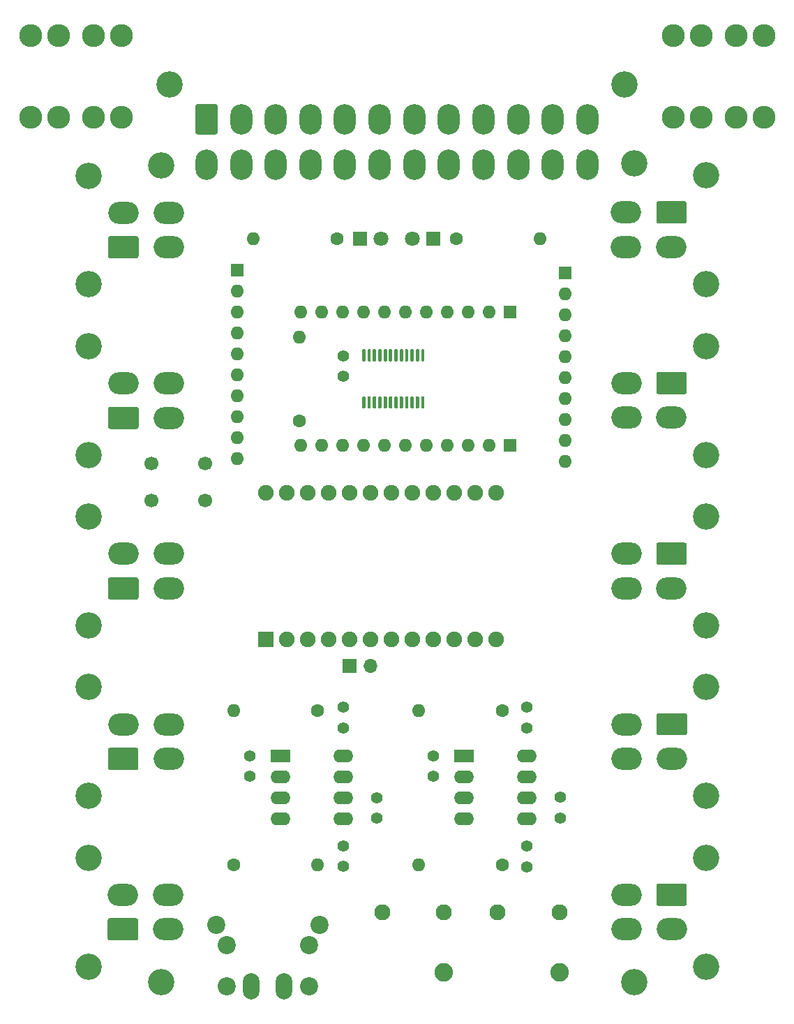
<source format=gbr>
%TF.GenerationSoftware,KiCad,Pcbnew,(5.1.8-0-10_14)*%
%TF.CreationDate,2021-03-27T13:16:03-04:00*%
%TF.ProjectId,muse,6d757365-2e6b-4696-9361-645f70636258,rev?*%
%TF.SameCoordinates,Original*%
%TF.FileFunction,Soldermask,Top*%
%TF.FilePolarity,Negative*%
%FSLAX46Y46*%
G04 Gerber Fmt 4.6, Leading zero omitted, Abs format (unit mm)*
G04 Created by KiCad (PCBNEW (5.1.8-0-10_14)) date 2021-03-27 13:16:03*
%MOMM*%
%LPD*%
G01*
G04 APERTURE LIST*
%ADD10C,3.200000*%
%ADD11C,1.400000*%
%ADD12C,2.200000*%
%ADD13O,2.000000X3.200000*%
%ADD14R,1.900000X1.900000*%
%ADD15C,1.900000*%
%ADD16R,2.400000X1.600000*%
%ADD17O,2.400000X1.600000*%
%ADD18C,1.700000*%
%ADD19O,1.600000X1.600000*%
%ADD20R,1.600000X1.600000*%
%ADD21C,1.600000*%
%ADD22O,3.700000X2.700000*%
%ADD23O,1.700000X1.700000*%
%ADD24R,1.700000X1.700000*%
%ADD25O,2.700000X3.700000*%
%ADD26C,2.780000*%
%ADD27C,1.800000*%
%ADD28R,1.800000X1.800000*%
%ADD29C,1.950000*%
%ADD30C,2.250000*%
G04 APERTURE END LIST*
D10*
%TO.C,H4*%
X93853000Y-139827000D03*
%TD*%
%TO.C,H3*%
X93853000Y-40513000D03*
%TD*%
%TO.C,H2*%
X36449000Y-139827000D03*
%TD*%
%TO.C,H1*%
X36449000Y-40767000D03*
%TD*%
D11*
%TO.C,C9*%
X58547000Y-66381000D03*
X58547000Y-63881000D03*
%TD*%
%TO.C,C8*%
X47257000Y-112407000D03*
X47257000Y-114907000D03*
%TD*%
%TO.C,C7*%
X69469000Y-112377000D03*
X69469000Y-114877000D03*
%TD*%
%TO.C,C6*%
X62611000Y-119975000D03*
X62611000Y-117475000D03*
%TD*%
%TO.C,C5*%
X84943000Y-119947000D03*
X84943000Y-117447000D03*
%TD*%
%TO.C,C4*%
X58567000Y-106507000D03*
X58567000Y-109007000D03*
%TD*%
%TO.C,C3*%
X80843000Y-106507000D03*
X80843000Y-109007000D03*
%TD*%
%TO.C,C2*%
X58547000Y-125817000D03*
X58547000Y-123317000D03*
%TD*%
%TO.C,C1*%
X80823000Y-125837000D03*
X80823000Y-123337000D03*
%TD*%
D12*
%TO.C,CON2*%
X54403000Y-140365000D03*
X55653000Y-132865000D03*
X43153000Y-132865000D03*
X44403000Y-140365000D03*
X44403000Y-135365000D03*
X54403000Y-135365000D03*
D13*
X51403000Y-140365000D03*
X47403000Y-140365000D03*
%TD*%
%TO.C,U4*%
G36*
G01*
X61168000Y-64550000D02*
X60968000Y-64550000D01*
G75*
G02*
X60868000Y-64450000I0J100000D01*
G01*
X60868000Y-63175000D01*
G75*
G02*
X60968000Y-63075000I100000J0D01*
G01*
X61168000Y-63075000D01*
G75*
G02*
X61268000Y-63175000I0J-100000D01*
G01*
X61268000Y-64450000D01*
G75*
G02*
X61168000Y-64550000I-100000J0D01*
G01*
G37*
G36*
G01*
X61818000Y-64550000D02*
X61618000Y-64550000D01*
G75*
G02*
X61518000Y-64450000I0J100000D01*
G01*
X61518000Y-63175000D01*
G75*
G02*
X61618000Y-63075000I100000J0D01*
G01*
X61818000Y-63075000D01*
G75*
G02*
X61918000Y-63175000I0J-100000D01*
G01*
X61918000Y-64450000D01*
G75*
G02*
X61818000Y-64550000I-100000J0D01*
G01*
G37*
G36*
G01*
X62468000Y-64550000D02*
X62268000Y-64550000D01*
G75*
G02*
X62168000Y-64450000I0J100000D01*
G01*
X62168000Y-63175000D01*
G75*
G02*
X62268000Y-63075000I100000J0D01*
G01*
X62468000Y-63075000D01*
G75*
G02*
X62568000Y-63175000I0J-100000D01*
G01*
X62568000Y-64450000D01*
G75*
G02*
X62468000Y-64550000I-100000J0D01*
G01*
G37*
G36*
G01*
X63118000Y-64550000D02*
X62918000Y-64550000D01*
G75*
G02*
X62818000Y-64450000I0J100000D01*
G01*
X62818000Y-63175000D01*
G75*
G02*
X62918000Y-63075000I100000J0D01*
G01*
X63118000Y-63075000D01*
G75*
G02*
X63218000Y-63175000I0J-100000D01*
G01*
X63218000Y-64450000D01*
G75*
G02*
X63118000Y-64550000I-100000J0D01*
G01*
G37*
G36*
G01*
X63768000Y-64550000D02*
X63568000Y-64550000D01*
G75*
G02*
X63468000Y-64450000I0J100000D01*
G01*
X63468000Y-63175000D01*
G75*
G02*
X63568000Y-63075000I100000J0D01*
G01*
X63768000Y-63075000D01*
G75*
G02*
X63868000Y-63175000I0J-100000D01*
G01*
X63868000Y-64450000D01*
G75*
G02*
X63768000Y-64550000I-100000J0D01*
G01*
G37*
G36*
G01*
X64418000Y-64550000D02*
X64218000Y-64550000D01*
G75*
G02*
X64118000Y-64450000I0J100000D01*
G01*
X64118000Y-63175000D01*
G75*
G02*
X64218000Y-63075000I100000J0D01*
G01*
X64418000Y-63075000D01*
G75*
G02*
X64518000Y-63175000I0J-100000D01*
G01*
X64518000Y-64450000D01*
G75*
G02*
X64418000Y-64550000I-100000J0D01*
G01*
G37*
G36*
G01*
X65068000Y-64550000D02*
X64868000Y-64550000D01*
G75*
G02*
X64768000Y-64450000I0J100000D01*
G01*
X64768000Y-63175000D01*
G75*
G02*
X64868000Y-63075000I100000J0D01*
G01*
X65068000Y-63075000D01*
G75*
G02*
X65168000Y-63175000I0J-100000D01*
G01*
X65168000Y-64450000D01*
G75*
G02*
X65068000Y-64550000I-100000J0D01*
G01*
G37*
G36*
G01*
X65718000Y-64550000D02*
X65518000Y-64550000D01*
G75*
G02*
X65418000Y-64450000I0J100000D01*
G01*
X65418000Y-63175000D01*
G75*
G02*
X65518000Y-63075000I100000J0D01*
G01*
X65718000Y-63075000D01*
G75*
G02*
X65818000Y-63175000I0J-100000D01*
G01*
X65818000Y-64450000D01*
G75*
G02*
X65718000Y-64550000I-100000J0D01*
G01*
G37*
G36*
G01*
X66368000Y-64550000D02*
X66168000Y-64550000D01*
G75*
G02*
X66068000Y-64450000I0J100000D01*
G01*
X66068000Y-63175000D01*
G75*
G02*
X66168000Y-63075000I100000J0D01*
G01*
X66368000Y-63075000D01*
G75*
G02*
X66468000Y-63175000I0J-100000D01*
G01*
X66468000Y-64450000D01*
G75*
G02*
X66368000Y-64550000I-100000J0D01*
G01*
G37*
G36*
G01*
X67018000Y-64550000D02*
X66818000Y-64550000D01*
G75*
G02*
X66718000Y-64450000I0J100000D01*
G01*
X66718000Y-63175000D01*
G75*
G02*
X66818000Y-63075000I100000J0D01*
G01*
X67018000Y-63075000D01*
G75*
G02*
X67118000Y-63175000I0J-100000D01*
G01*
X67118000Y-64450000D01*
G75*
G02*
X67018000Y-64550000I-100000J0D01*
G01*
G37*
G36*
G01*
X67668000Y-64550000D02*
X67468000Y-64550000D01*
G75*
G02*
X67368000Y-64450000I0J100000D01*
G01*
X67368000Y-63175000D01*
G75*
G02*
X67468000Y-63075000I100000J0D01*
G01*
X67668000Y-63075000D01*
G75*
G02*
X67768000Y-63175000I0J-100000D01*
G01*
X67768000Y-64450000D01*
G75*
G02*
X67668000Y-64550000I-100000J0D01*
G01*
G37*
G36*
G01*
X68318000Y-64550000D02*
X68118000Y-64550000D01*
G75*
G02*
X68018000Y-64450000I0J100000D01*
G01*
X68018000Y-63175000D01*
G75*
G02*
X68118000Y-63075000I100000J0D01*
G01*
X68318000Y-63075000D01*
G75*
G02*
X68418000Y-63175000I0J-100000D01*
G01*
X68418000Y-64450000D01*
G75*
G02*
X68318000Y-64550000I-100000J0D01*
G01*
G37*
G36*
G01*
X68318000Y-70275000D02*
X68118000Y-70275000D01*
G75*
G02*
X68018000Y-70175000I0J100000D01*
G01*
X68018000Y-68900000D01*
G75*
G02*
X68118000Y-68800000I100000J0D01*
G01*
X68318000Y-68800000D01*
G75*
G02*
X68418000Y-68900000I0J-100000D01*
G01*
X68418000Y-70175000D01*
G75*
G02*
X68318000Y-70275000I-100000J0D01*
G01*
G37*
G36*
G01*
X67668000Y-70275000D02*
X67468000Y-70275000D01*
G75*
G02*
X67368000Y-70175000I0J100000D01*
G01*
X67368000Y-68900000D01*
G75*
G02*
X67468000Y-68800000I100000J0D01*
G01*
X67668000Y-68800000D01*
G75*
G02*
X67768000Y-68900000I0J-100000D01*
G01*
X67768000Y-70175000D01*
G75*
G02*
X67668000Y-70275000I-100000J0D01*
G01*
G37*
G36*
G01*
X67018000Y-70275000D02*
X66818000Y-70275000D01*
G75*
G02*
X66718000Y-70175000I0J100000D01*
G01*
X66718000Y-68900000D01*
G75*
G02*
X66818000Y-68800000I100000J0D01*
G01*
X67018000Y-68800000D01*
G75*
G02*
X67118000Y-68900000I0J-100000D01*
G01*
X67118000Y-70175000D01*
G75*
G02*
X67018000Y-70275000I-100000J0D01*
G01*
G37*
G36*
G01*
X66368000Y-70275000D02*
X66168000Y-70275000D01*
G75*
G02*
X66068000Y-70175000I0J100000D01*
G01*
X66068000Y-68900000D01*
G75*
G02*
X66168000Y-68800000I100000J0D01*
G01*
X66368000Y-68800000D01*
G75*
G02*
X66468000Y-68900000I0J-100000D01*
G01*
X66468000Y-70175000D01*
G75*
G02*
X66368000Y-70275000I-100000J0D01*
G01*
G37*
G36*
G01*
X65718000Y-70275000D02*
X65518000Y-70275000D01*
G75*
G02*
X65418000Y-70175000I0J100000D01*
G01*
X65418000Y-68900000D01*
G75*
G02*
X65518000Y-68800000I100000J0D01*
G01*
X65718000Y-68800000D01*
G75*
G02*
X65818000Y-68900000I0J-100000D01*
G01*
X65818000Y-70175000D01*
G75*
G02*
X65718000Y-70275000I-100000J0D01*
G01*
G37*
G36*
G01*
X65068000Y-70275000D02*
X64868000Y-70275000D01*
G75*
G02*
X64768000Y-70175000I0J100000D01*
G01*
X64768000Y-68900000D01*
G75*
G02*
X64868000Y-68800000I100000J0D01*
G01*
X65068000Y-68800000D01*
G75*
G02*
X65168000Y-68900000I0J-100000D01*
G01*
X65168000Y-70175000D01*
G75*
G02*
X65068000Y-70275000I-100000J0D01*
G01*
G37*
G36*
G01*
X64418000Y-70275000D02*
X64218000Y-70275000D01*
G75*
G02*
X64118000Y-70175000I0J100000D01*
G01*
X64118000Y-68900000D01*
G75*
G02*
X64218000Y-68800000I100000J0D01*
G01*
X64418000Y-68800000D01*
G75*
G02*
X64518000Y-68900000I0J-100000D01*
G01*
X64518000Y-70175000D01*
G75*
G02*
X64418000Y-70275000I-100000J0D01*
G01*
G37*
G36*
G01*
X63768000Y-70275000D02*
X63568000Y-70275000D01*
G75*
G02*
X63468000Y-70175000I0J100000D01*
G01*
X63468000Y-68900000D01*
G75*
G02*
X63568000Y-68800000I100000J0D01*
G01*
X63768000Y-68800000D01*
G75*
G02*
X63868000Y-68900000I0J-100000D01*
G01*
X63868000Y-70175000D01*
G75*
G02*
X63768000Y-70275000I-100000J0D01*
G01*
G37*
G36*
G01*
X63118000Y-70275000D02*
X62918000Y-70275000D01*
G75*
G02*
X62818000Y-70175000I0J100000D01*
G01*
X62818000Y-68900000D01*
G75*
G02*
X62918000Y-68800000I100000J0D01*
G01*
X63118000Y-68800000D01*
G75*
G02*
X63218000Y-68900000I0J-100000D01*
G01*
X63218000Y-70175000D01*
G75*
G02*
X63118000Y-70275000I-100000J0D01*
G01*
G37*
G36*
G01*
X62468000Y-70275000D02*
X62268000Y-70275000D01*
G75*
G02*
X62168000Y-70175000I0J100000D01*
G01*
X62168000Y-68900000D01*
G75*
G02*
X62268000Y-68800000I100000J0D01*
G01*
X62468000Y-68800000D01*
G75*
G02*
X62568000Y-68900000I0J-100000D01*
G01*
X62568000Y-70175000D01*
G75*
G02*
X62468000Y-70275000I-100000J0D01*
G01*
G37*
G36*
G01*
X61818000Y-70275000D02*
X61618000Y-70275000D01*
G75*
G02*
X61518000Y-70175000I0J100000D01*
G01*
X61518000Y-68900000D01*
G75*
G02*
X61618000Y-68800000I100000J0D01*
G01*
X61818000Y-68800000D01*
G75*
G02*
X61918000Y-68900000I0J-100000D01*
G01*
X61918000Y-70175000D01*
G75*
G02*
X61818000Y-70275000I-100000J0D01*
G01*
G37*
G36*
G01*
X61168000Y-70275000D02*
X60968000Y-70275000D01*
G75*
G02*
X60868000Y-70175000I0J100000D01*
G01*
X60868000Y-68900000D01*
G75*
G02*
X60968000Y-68800000I100000J0D01*
G01*
X61168000Y-68800000D01*
G75*
G02*
X61268000Y-68900000I0J-100000D01*
G01*
X61268000Y-70175000D01*
G75*
G02*
X61168000Y-70275000I-100000J0D01*
G01*
G37*
%TD*%
D14*
%TO.C,U3*%
X49160720Y-98302460D03*
D15*
X51700720Y-98302460D03*
X54240720Y-98302460D03*
X56780720Y-98302460D03*
X59320720Y-98302460D03*
X61860720Y-98302460D03*
X64400720Y-98302460D03*
X66940720Y-98302460D03*
X69480720Y-98302460D03*
X72020720Y-98302460D03*
X74560720Y-98302460D03*
X77100720Y-98302460D03*
X49160720Y-80522460D03*
X51700720Y-80522460D03*
X54240720Y-80522460D03*
X56780720Y-80522460D03*
X59320720Y-80522460D03*
X61860720Y-80522460D03*
X64400720Y-80522460D03*
X66940720Y-80522460D03*
X69480720Y-80522460D03*
X72020720Y-80522460D03*
X74560720Y-80522460D03*
X77100720Y-80522460D03*
%TD*%
D16*
%TO.C,U2*%
X50917000Y-112387000D03*
D17*
X58537000Y-120007000D03*
X50917000Y-114927000D03*
X58537000Y-117467000D03*
X50917000Y-117467000D03*
X58537000Y-114927000D03*
X50917000Y-120007000D03*
X58537000Y-112387000D03*
%TD*%
D16*
%TO.C,U1*%
X73213000Y-112377000D03*
D17*
X80833000Y-119997000D03*
X73213000Y-114917000D03*
X80833000Y-117457000D03*
X73213000Y-117457000D03*
X80833000Y-114917000D03*
X73213000Y-119997000D03*
X80833000Y-112377000D03*
%TD*%
D18*
%TO.C,SW1*%
X41783000Y-81407000D03*
X35283000Y-81407000D03*
X41783000Y-76907000D03*
X35283000Y-76907000D03*
%TD*%
D19*
%TO.C,RN4*%
X85471000Y-76675000D03*
X85471000Y-74135000D03*
X85471000Y-71595000D03*
X85471000Y-69055000D03*
X85471000Y-66515000D03*
X85471000Y-63975000D03*
X85471000Y-61435000D03*
X85471000Y-58895000D03*
X85471000Y-56355000D03*
D20*
X85471000Y-53815000D03*
%TD*%
D19*
%TO.C,RN3*%
X45715000Y-76351000D03*
X45715000Y-73811000D03*
X45715000Y-71271000D03*
X45715000Y-68731000D03*
X45715000Y-66191000D03*
X45715000Y-63651000D03*
X45715000Y-61111000D03*
X45715000Y-58571000D03*
X45715000Y-56031000D03*
D20*
X45715000Y-53491000D03*
%TD*%
D19*
%TO.C,RN2*%
X53395000Y-58547000D03*
X55935000Y-58547000D03*
X58475000Y-58547000D03*
X61015000Y-58547000D03*
X63555000Y-58547000D03*
X66095000Y-58547000D03*
X68635000Y-58547000D03*
X71175000Y-58547000D03*
X73715000Y-58547000D03*
X76255000Y-58547000D03*
D20*
X78795000Y-58547000D03*
%TD*%
D19*
%TO.C,RN1*%
X53405000Y-74751000D03*
X55945000Y-74751000D03*
X58485000Y-74751000D03*
X61025000Y-74751000D03*
X63565000Y-74751000D03*
X66105000Y-74751000D03*
X68645000Y-74751000D03*
X71185000Y-74751000D03*
X73725000Y-74751000D03*
X76265000Y-74751000D03*
D20*
X78805000Y-74751000D03*
%TD*%
D19*
%TO.C,R7*%
X53213000Y-61595000D03*
D21*
X53213000Y-71755000D03*
%TD*%
D19*
%TO.C,R6*%
X82423000Y-49657000D03*
D21*
X72263000Y-49657000D03*
%TD*%
D19*
%TO.C,R5*%
X47625000Y-49657000D03*
D21*
X57785000Y-49657000D03*
%TD*%
D19*
%TO.C,R4*%
X45317000Y-106887000D03*
D21*
X55477000Y-106887000D03*
%TD*%
D19*
%TO.C,R3*%
X67733000Y-106897000D03*
D21*
X77893000Y-106897000D03*
%TD*%
D19*
%TO.C,R2*%
X55467000Y-125607000D03*
D21*
X45307000Y-125607000D03*
%TD*%
D19*
%TO.C,R1*%
X67683000Y-125617000D03*
D21*
X77843000Y-125617000D03*
%TD*%
%TO.C,J12*%
G36*
G01*
X96797001Y-45123000D02*
X99996999Y-45123000D01*
G75*
G02*
X100247000Y-45373001I0J-250001D01*
G01*
X100247000Y-47572999D01*
G75*
G02*
X99996999Y-47823000I-250001J0D01*
G01*
X96797001Y-47823000D01*
G75*
G02*
X96547000Y-47572999I0J250001D01*
G01*
X96547000Y-45373001D01*
G75*
G02*
X96797001Y-45123000I250001J0D01*
G01*
G37*
D22*
X98397000Y-50673000D03*
X92897000Y-46473000D03*
X92897000Y-50673000D03*
D10*
X102597000Y-41973000D03*
X102597000Y-55173000D03*
%TD*%
%TO.C,J11*%
G36*
G01*
X96807001Y-65833000D02*
X100006999Y-65833000D01*
G75*
G02*
X100257000Y-66083001I0J-250001D01*
G01*
X100257000Y-68282999D01*
G75*
G02*
X100006999Y-68533000I-250001J0D01*
G01*
X96807001Y-68533000D01*
G75*
G02*
X96557000Y-68282999I0J250001D01*
G01*
X96557000Y-66083001D01*
G75*
G02*
X96807001Y-65833000I250001J0D01*
G01*
G37*
D22*
X98407000Y-71383000D03*
X92907000Y-67183000D03*
X92907000Y-71383000D03*
D10*
X102607000Y-62683000D03*
X102607000Y-75883000D03*
%TD*%
%TO.C,J10*%
G36*
G01*
X96807001Y-86543000D02*
X100006999Y-86543000D01*
G75*
G02*
X100257000Y-86793001I0J-250001D01*
G01*
X100257000Y-88992999D01*
G75*
G02*
X100006999Y-89243000I-250001J0D01*
G01*
X96807001Y-89243000D01*
G75*
G02*
X96557000Y-88992999I0J250001D01*
G01*
X96557000Y-86793001D01*
G75*
G02*
X96807001Y-86543000I250001J0D01*
G01*
G37*
D22*
X98407000Y-92093000D03*
X92907000Y-87893000D03*
X92907000Y-92093000D03*
D10*
X102607000Y-83393000D03*
X102607000Y-96593000D03*
%TD*%
%TO.C,J9*%
G36*
G01*
X96827001Y-107213000D02*
X100026999Y-107213000D01*
G75*
G02*
X100277000Y-107463001I0J-250001D01*
G01*
X100277000Y-109662999D01*
G75*
G02*
X100026999Y-109913000I-250001J0D01*
G01*
X96827001Y-109913000D01*
G75*
G02*
X96577000Y-109662999I0J250001D01*
G01*
X96577000Y-107463001D01*
G75*
G02*
X96827001Y-107213000I250001J0D01*
G01*
G37*
D22*
X98427000Y-112763000D03*
X92927000Y-108563000D03*
X92927000Y-112763000D03*
D10*
X102627000Y-104063000D03*
X102627000Y-117263000D03*
%TD*%
%TO.C,J8*%
G36*
G01*
X96817001Y-127893000D02*
X100016999Y-127893000D01*
G75*
G02*
X100267000Y-128143001I0J-250001D01*
G01*
X100267000Y-130342999D01*
G75*
G02*
X100016999Y-130593000I-250001J0D01*
G01*
X96817001Y-130593000D01*
G75*
G02*
X96567000Y-130342999I0J250001D01*
G01*
X96567000Y-128143001D01*
G75*
G02*
X96817001Y-127893000I250001J0D01*
G01*
G37*
D22*
X98417000Y-133443000D03*
X92917000Y-129243000D03*
X92917000Y-133443000D03*
D10*
X102617000Y-124743000D03*
X102617000Y-137943000D03*
%TD*%
%TO.C,J7*%
G36*
G01*
X33444999Y-134797000D02*
X30245001Y-134797000D01*
G75*
G02*
X29995000Y-134546999I0J250001D01*
G01*
X29995000Y-132347001D01*
G75*
G02*
X30245001Y-132097000I250001J0D01*
G01*
X33444999Y-132097000D01*
G75*
G02*
X33695000Y-132347001I0J-250001D01*
G01*
X33695000Y-134546999D01*
G75*
G02*
X33444999Y-134797000I-250001J0D01*
G01*
G37*
D22*
X31845000Y-129247000D03*
X37345000Y-133447000D03*
X37345000Y-129247000D03*
D10*
X27645000Y-137947000D03*
X27645000Y-124747000D03*
%TD*%
%TO.C,J6*%
G36*
G01*
X33464999Y-114117000D02*
X30265001Y-114117000D01*
G75*
G02*
X30015000Y-113866999I0J250001D01*
G01*
X30015000Y-111667001D01*
G75*
G02*
X30265001Y-111417000I250001J0D01*
G01*
X33464999Y-111417000D01*
G75*
G02*
X33715000Y-111667001I0J-250001D01*
G01*
X33715000Y-113866999D01*
G75*
G02*
X33464999Y-114117000I-250001J0D01*
G01*
G37*
D22*
X31865000Y-108567000D03*
X37365000Y-112767000D03*
X37365000Y-108567000D03*
D10*
X27665000Y-117267000D03*
X27665000Y-104067000D03*
%TD*%
%TO.C,J5*%
G36*
G01*
X33474999Y-93447000D02*
X30275001Y-93447000D01*
G75*
G02*
X30025000Y-93196999I0J250001D01*
G01*
X30025000Y-90997001D01*
G75*
G02*
X30275001Y-90747000I250001J0D01*
G01*
X33474999Y-90747000D01*
G75*
G02*
X33725000Y-90997001I0J-250001D01*
G01*
X33725000Y-93196999D01*
G75*
G02*
X33474999Y-93447000I-250001J0D01*
G01*
G37*
D22*
X31875000Y-87897000D03*
X37375000Y-92097000D03*
X37375000Y-87897000D03*
D10*
X27675000Y-96597000D03*
X27675000Y-83397000D03*
%TD*%
%TO.C,J4*%
G36*
G01*
X33484999Y-72757000D02*
X30285001Y-72757000D01*
G75*
G02*
X30035000Y-72506999I0J250001D01*
G01*
X30035000Y-70307001D01*
G75*
G02*
X30285001Y-70057000I250001J0D01*
G01*
X33484999Y-70057000D01*
G75*
G02*
X33735000Y-70307001I0J-250001D01*
G01*
X33735000Y-72506999D01*
G75*
G02*
X33484999Y-72757000I-250001J0D01*
G01*
G37*
D22*
X31885000Y-67207000D03*
X37385000Y-71407000D03*
X37385000Y-67207000D03*
D10*
X27685000Y-75907000D03*
X27685000Y-62707000D03*
%TD*%
%TO.C,J3*%
G36*
G01*
X33474999Y-52067000D02*
X30275001Y-52067000D01*
G75*
G02*
X30025000Y-51816999I0J250001D01*
G01*
X30025000Y-49617001D01*
G75*
G02*
X30275001Y-49367000I250001J0D01*
G01*
X33474999Y-49367000D01*
G75*
G02*
X33725000Y-49617001I0J-250001D01*
G01*
X33725000Y-51816999D01*
G75*
G02*
X33474999Y-52067000I-250001J0D01*
G01*
G37*
D22*
X31875000Y-46517000D03*
X37375000Y-50717000D03*
X37375000Y-46517000D03*
D10*
X27675000Y-55217000D03*
X27675000Y-42017000D03*
%TD*%
D23*
%TO.C,J2*%
X61849000Y-101473000D03*
D24*
X59309000Y-101473000D03*
%TD*%
%TO.C,J1*%
G36*
G01*
X40635000Y-36778999D02*
X40635000Y-33579001D01*
G75*
G02*
X40885001Y-33329000I250001J0D01*
G01*
X43084999Y-33329000D01*
G75*
G02*
X43335000Y-33579001I0J-250001D01*
G01*
X43335000Y-36778999D01*
G75*
G02*
X43084999Y-37029000I-250001J0D01*
G01*
X40885001Y-37029000D01*
G75*
G02*
X40635000Y-36778999I0J250001D01*
G01*
G37*
D25*
X46185000Y-35179000D03*
X50385000Y-35179000D03*
X54585000Y-35179000D03*
X58785000Y-35179000D03*
X62985000Y-35179000D03*
X67185000Y-35179000D03*
X71385000Y-35179000D03*
X75585000Y-35179000D03*
X79785000Y-35179000D03*
X83985000Y-35179000D03*
X88185000Y-35179000D03*
X41985000Y-40679000D03*
X46185000Y-40679000D03*
X50385000Y-40679000D03*
X54585000Y-40679000D03*
X58785000Y-40679000D03*
X62985000Y-40679000D03*
X67185000Y-40679000D03*
X71385000Y-40679000D03*
X75585000Y-40679000D03*
X79785000Y-40679000D03*
X83985000Y-40679000D03*
X88185000Y-40679000D03*
D10*
X37485000Y-30979000D03*
X92685000Y-30979000D03*
%TD*%
D26*
%TO.C,F4*%
X106201000Y-34939000D03*
X109601000Y-34939000D03*
X106201000Y-25019000D03*
X109601000Y-25019000D03*
%TD*%
%TO.C,F3*%
X20603000Y-34939000D03*
X24003000Y-34939000D03*
X20603000Y-25019000D03*
X24003000Y-25019000D03*
%TD*%
%TO.C,F2*%
X98581000Y-34939000D03*
X101981000Y-34939000D03*
X98581000Y-25019000D03*
X101981000Y-25019000D03*
%TD*%
%TO.C,F1*%
X28223000Y-34939000D03*
X31623000Y-34939000D03*
X28223000Y-25019000D03*
X31623000Y-25019000D03*
%TD*%
D27*
%TO.C,D2*%
X66929000Y-49657000D03*
D28*
X69469000Y-49657000D03*
%TD*%
D27*
%TO.C,D1*%
X63119000Y-49657000D03*
D28*
X60579000Y-49657000D03*
%TD*%
D29*
%TO.C,CON1*%
X63291000Y-131383000D03*
X70791000Y-131383000D03*
X77291000Y-131383000D03*
X84791000Y-131383000D03*
D30*
X70791000Y-138633000D03*
X84791000Y-138633000D03*
%TD*%
M02*

</source>
